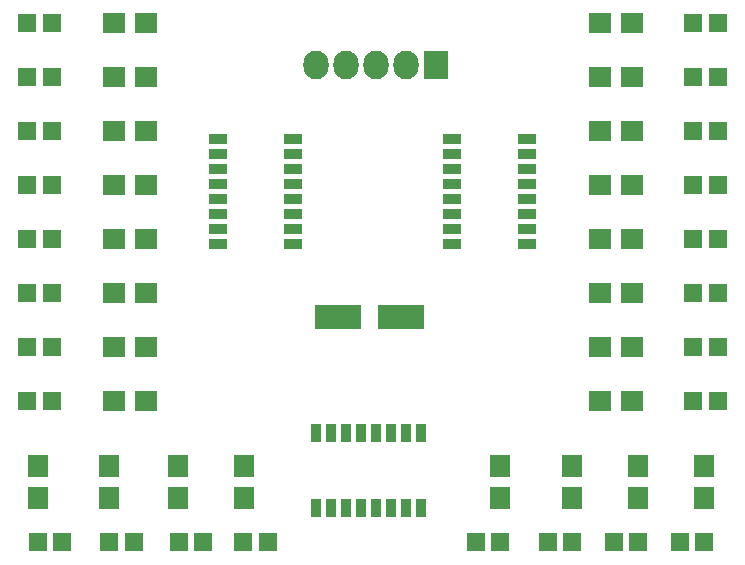
<source format=gts>
G04 #@! TF.FileFunction,Soldermask,Top*
%FSLAX46Y46*%
G04 Gerber Fmt 4.6, Leading zero omitted, Abs format (unit mm)*
G04 Created by KiCad (PCBNEW 4.0.4-stable) date 12/23/16 15:55:29*
%MOMM*%
%LPD*%
G01*
G04 APERTURE LIST*
%ADD10C,0.100000*%
%ADD11R,3.900000X2.000000*%
%ADD12R,1.598880X1.598880*%
%ADD13R,2.127200X2.432000*%
%ADD14O,2.127200X2.432000*%
%ADD15R,1.900000X1.700000*%
%ADD16R,1.543000X0.908000*%
%ADD17R,1.700000X1.900000*%
%ADD18R,0.908000X1.543000*%
G04 APERTURE END LIST*
D10*
D11*
X122776000Y-117348000D03*
X128176000Y-117348000D03*
D12*
X98585020Y-124460000D03*
X96486980Y-124460000D03*
X98585020Y-119888000D03*
X96486980Y-119888000D03*
X98585020Y-115316000D03*
X96486980Y-115316000D03*
X98585020Y-110744000D03*
X96486980Y-110744000D03*
X98585020Y-106172000D03*
X96486980Y-106172000D03*
X98585020Y-101600000D03*
X96486980Y-101600000D03*
X98585020Y-97028000D03*
X96486980Y-97028000D03*
X98585020Y-92456000D03*
X96486980Y-92456000D03*
X152874980Y-124460000D03*
X154973020Y-124460000D03*
X152874980Y-119888000D03*
X154973020Y-119888000D03*
X152874980Y-115316000D03*
X154973020Y-115316000D03*
X152874980Y-110744000D03*
X154973020Y-110744000D03*
X152874980Y-106172000D03*
X154973020Y-106172000D03*
X152874980Y-101600000D03*
X154973020Y-101600000D03*
X152874980Y-97028000D03*
X154973020Y-97028000D03*
X152874980Y-92456000D03*
X154973020Y-92456000D03*
D13*
X131064000Y-96012000D03*
D14*
X128524000Y-96012000D03*
X125984000Y-96012000D03*
X123444000Y-96012000D03*
X120904000Y-96012000D03*
D15*
X106506000Y-124460000D03*
X103806000Y-124460000D03*
X106506000Y-119888000D03*
X103806000Y-119888000D03*
X106506000Y-115316000D03*
X103806000Y-115316000D03*
X106506000Y-110744000D03*
X103806000Y-110744000D03*
X106506000Y-106172000D03*
X103806000Y-106172000D03*
X106506000Y-101600000D03*
X103806000Y-101600000D03*
X106506000Y-97028000D03*
X103806000Y-97028000D03*
X106506000Y-92456000D03*
X103806000Y-92456000D03*
X144954000Y-124460000D03*
X147654000Y-124460000D03*
X144954000Y-119888000D03*
X147654000Y-119888000D03*
X144954000Y-115316000D03*
X147654000Y-115316000D03*
X144954000Y-110744000D03*
X147654000Y-110744000D03*
X144954000Y-106172000D03*
X147654000Y-106172000D03*
X144954000Y-101600000D03*
X147654000Y-101600000D03*
X144954000Y-97028000D03*
X147654000Y-97028000D03*
X144954000Y-92456000D03*
X147654000Y-92456000D03*
D16*
X112649000Y-111125000D03*
X112649000Y-108585000D03*
X112649000Y-107315000D03*
X112649000Y-106045000D03*
X112649000Y-104775000D03*
X112649000Y-103505000D03*
X112649000Y-102235000D03*
X118999000Y-102235000D03*
X118999000Y-103505000D03*
X118999000Y-104775000D03*
X118999000Y-106045000D03*
X118999000Y-107315000D03*
X118999000Y-108585000D03*
X118999000Y-109855000D03*
X118999000Y-111125000D03*
X112649000Y-109855000D03*
X132461000Y-111125000D03*
X132461000Y-108585000D03*
X132461000Y-107315000D03*
X132461000Y-106045000D03*
X132461000Y-104775000D03*
X132461000Y-103505000D03*
X132461000Y-102235000D03*
X138811000Y-102235000D03*
X138811000Y-103505000D03*
X138811000Y-104775000D03*
X138811000Y-106045000D03*
X138811000Y-107315000D03*
X138811000Y-108585000D03*
X138811000Y-109855000D03*
X138811000Y-111125000D03*
X132461000Y-109855000D03*
D12*
X97375980Y-136398000D03*
X99474020Y-136398000D03*
X103408480Y-136398000D03*
X105506520Y-136398000D03*
X109313980Y-136398000D03*
X111412020Y-136398000D03*
X114774980Y-136398000D03*
X116873020Y-136398000D03*
X136558020Y-136398000D03*
X134459980Y-136398000D03*
X142654020Y-136398000D03*
X140555980Y-136398000D03*
X148242020Y-136398000D03*
X146143980Y-136398000D03*
X153830020Y-136398000D03*
X151731980Y-136398000D03*
D17*
X97409000Y-129968000D03*
X97409000Y-132668000D03*
X103378000Y-129968000D03*
X103378000Y-132668000D03*
X109220000Y-129968000D03*
X109220000Y-132668000D03*
X114808000Y-129968000D03*
X114808000Y-132668000D03*
X136525000Y-129968000D03*
X136525000Y-132668000D03*
X142621000Y-129968000D03*
X142621000Y-132668000D03*
X148209000Y-129968000D03*
X148209000Y-132668000D03*
X153797000Y-129968000D03*
X153797000Y-132668000D03*
D18*
X120904000Y-127127000D03*
X123444000Y-127127000D03*
X124714000Y-127127000D03*
X125984000Y-127127000D03*
X127254000Y-127127000D03*
X128524000Y-127127000D03*
X129794000Y-127127000D03*
X129794000Y-133477000D03*
X128524000Y-133477000D03*
X127254000Y-133477000D03*
X125984000Y-133477000D03*
X124714000Y-133477000D03*
X123444000Y-133477000D03*
X122174000Y-133477000D03*
X120904000Y-133477000D03*
X122174000Y-127127000D03*
M02*

</source>
